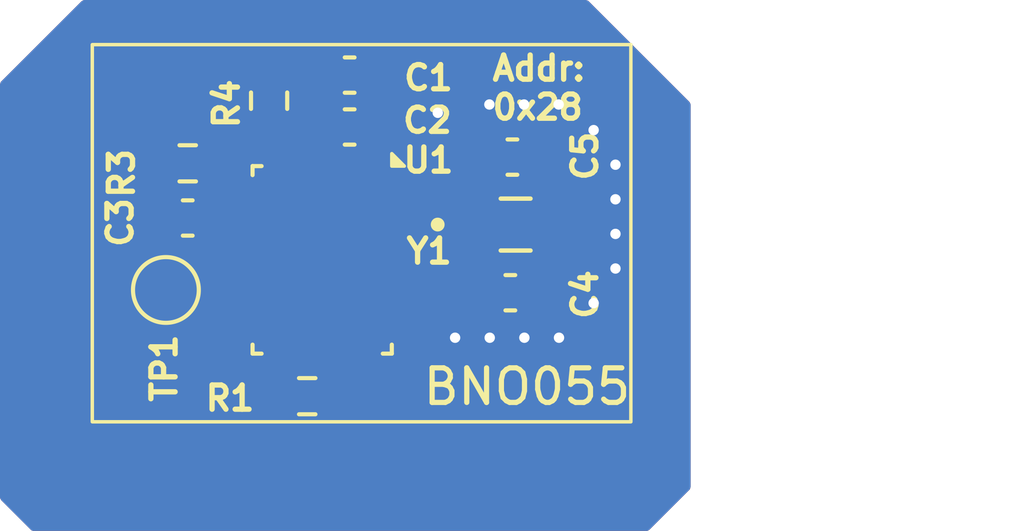
<source format=kicad_pcb>
(kicad_pcb (version 20241229) (generator "pcbnew") (generator_version "9.0")
  (layers (0 "F.Cu" signal) (4 "In1.Cu" signal) (6 "In2.Cu" signal) (2 "B.Cu" signal) (13 "F.Paste" user) (15 "B.Paste" user) (5 "F.SilkS" user "F.Silkscreen") (7 "B.SilkS" user "B.Silkscreen") (1 "F.Mask" user) (3 "B.Mask" user) (25 "Edge.Cuts" user))
  (net 0 "")
  (net 1 "/block_bno055/+3V3")
  (net 2 "/block_bno055/GND")
  (net 3 "Net-(U1-CAP)")
  (net 4 "Net-(C4-Pad2)")
  (net 5 "Net-(U1-XOUT32)")
  (net 6 "Net-(U1-XIN32)")
  (net 7 "Net-(C5-Pad2)")
  (net 8 "Net-(U1-COM3)")
  (net 9 "Net-(U1-PS0)")
  (net 10 "Net-(U1-PS1)")
  (net 11 "Net-(U1-BL_IND)")
  (net 13 "/block_bno055/SCL")
  (net 15 "/block_bno055/NRESET")
  (net 18 "/block_bno055/SDA")
  (net 19 "/block_bno055/INT")
  (footprint "Library:C_0603_1608Metric" (layer "F.Cu") (at 107.28 73.54 180)
    (property "Reference" "C3" (at 1.95 -0.13 90) (layer "F.SilkS") (effects (font (size 0.7 0.7) (thickness 0.153))))
    (property "Value" "0.1uF")
    (fp_line (start -0.14058 0.51) (end 0.14058 0.51) (stroke (width 0.12)) (layer "F.SilkS"))
    (fp_line (start -0.14058 -0.51) (end 0.14058 -0.51) (stroke (width 0.12)) (layer "F.SilkS"))
    (pad "1" smd roundrect (at -0.775 0 180) (size 0.9 0.95) (layers "F.Cu" "F.Mask" "F.Paste") (net 3 "Net-(U1-CAP)"))
    (pad "2" smd roundrect (at 0.775 0 180) (size 0.9 0.95) (layers "F.Cu" "F.Mask" "F.Paste") (net 2 "/block_bno055/GND"))
  )
  (footprint "Library:LGA-28_5.2x3.8mm_P0.5mm" (layer "F.Cu") (at 111.1625 74.75 -90)
    (property "Reference" "U1" (at -2.88 -3.0675 180) (layer "F.SilkS") (effects (font (size 0.7 0.7) (thickness 0.153))))
    (property "Value" "BNO055")
    (fp_line (start -2.71 2.01) (end -2.45 2.01) (stroke (width 0.12)) (layer "F.SilkS"))
    (fp_line (start -2.71 2.01) (end -2.71 1.75) (stroke (width 0.12)) (layer "F.SilkS"))
    (fp_line (start 2.71 2.01) (end 2.45 2.01) (stroke (width 0.12)) (layer "F.SilkS"))
    (fp_line (start 2.71 2.01) (end 2.71 1.75) (stroke (width 0.12)) (layer "F.SilkS"))
    (fp_line (start 2.71 -2.01) (end 2.71 -1.75) (stroke (width 0.12)) (layer "F.SilkS"))
    (fp_line (start 2.71 -2.01) (end 2.45 -2.01) (stroke (width 0.12)) (layer "F.SilkS"))
    (fp_poly (pts (xy -2.71 -2.01) (xy -3.07 -2.01) (xy -2.71 -2.37) (xy -2.71 -2.01)) (stroke (width 0.1)) (fill yes) (layer "F.SilkS"))
    (pad "1" smd rect (at -2.25 -1.6625 270) (size 0.254 0.675) (layers "F.Cu" "F.Mask" "F.Paste"))
    (pad "2" smd rect (at -2.3875 -0.75) (size 0.254 0.675) (layers "F.Cu" "F.Mask" "F.Paste") (net 2 "/block_bno055/GND"))
    (pad "3" smd rect (at -2.3875 -0.25) (size 0.254 0.675) (layers "F.Cu" "F.Mask" "F.Paste") (net 1 "/block_bno055/+3V3"))
    (pad "4" smd rect (at -2.3875 0.25) (size 0.254 0.675) (layers "F.Cu" "F.Mask" "F.Paste") (net 1 "/block_bno055/+3V3"))
    (pad "5" smd rect (at -2.3875 0.75) (size 0.254 0.675) (layers "F.Cu" "F.Mask" "F.Paste") (net 10 "Net-(U1-PS1)"))
    (pad "6" smd rect (at -2.25 1.6625 270) (size 0.254 0.675) (layers "F.Cu" "F.Mask" "F.Paste") (net 9 "Net-(U1-PS0)"))
    (pad "7" smd rect (at -1.75 1.6625 270) (size 0.254 0.675) (layers "F.Cu" "F.Mask" "F.Paste"))
    (pad "8" smd rect (at -1.25 1.6625 270) (size 0.254 0.675) (layers "F.Cu" "F.Mask" "F.Paste"))
    (pad "9" smd rect (at -0.75 1.6625 270) (size 0.254 0.675) (layers "F.Cu" "F.Mask" "F.Paste") (net 3 "Net-(U1-CAP)"))
    (pad "10" smd rect (at -0.25 1.6625 270) (size 0.254 0.675) (layers "F.Cu" "F.Mask" "F.Paste") (net 11 "Net-(U1-BL_IND)"))
    (pad "11" smd rect (at 0.25 1.6625 270) (size 0.254 0.675) (layers "F.Cu" "F.Mask" "F.Paste") (net 15 "/block_bno055/NRESET"))
    (pad "12" smd rect (at 0.75 1.6625 270) (size 0.254 0.675) (layers "F.Cu" "F.Mask" "F.Paste"))
    (pad "13" smd rect (at 1.25 1.6625 270) (size 0.254 0.675) (layers "F.Cu" "F.Mask" "F.Paste"))
    (pad "14" smd rect (at 1.75 1.6625 270) (size 0.254 0.675) (layers "F.Cu" "F.Mask" "F.Paste") (net 19 "/block_bno055/INT"))
    (pad "15" smd rect (at 2.25 1.6625 270) (size 0.254 0.675) (layers "F.Cu" "F.Mask" "F.Paste"))
    (pad "16" smd rect (at 2.3875 0.75) (size 0.254 0.675) (layers "F.Cu" "F.Mask" "F.Paste"))
    (pad "17" smd rect (at 2.3875 0.25) (size 0.254 0.675) (layers "F.Cu" "F.Mask" "F.Paste") (net 8 "Net-(U1-COM3)"))
    (pad "18" smd rect (at 2.3875 -0.25) (size 0.254 0.675) (layers "F.Cu" "F.Mask" "F.Paste") (net 2 "/block_bno055/GND"))
    (pad "19" smd rect (at 2.3875 -0.75) (size 0.254 0.675) (layers "F.Cu" "F.Mask" "F.Paste") (net 13 "/block_bno055/SCL"))
    (pad "20" smd rect (at 2.25 -1.6625 270) (size 0.254 0.675) (layers "F.Cu" "F.Mask" "F.Paste") (net 18 "/block_bno055/SDA"))
    (pad "21" smd rect (at 1.75 -1.6625 270) (size 0.254 0.675) (layers "F.Cu" "F.Mask" "F.Paste"))
    (pad "22" smd rect (at 1.25 -1.6625 270) (size 0.254 0.675) (layers "F.Cu" "F.Mask" "F.Paste"))
    (pad "23" smd rect (at 0.75 -1.6625 270) (size 0.254 0.675) (layers "F.Cu" "F.Mask" "F.Paste"))
    (pad "24" smd rect (at 0.25 -1.6625 270) (size 0.254 0.675) (layers "F.Cu" "F.Mask" "F.Paste"))
    (pad "25" smd rect (at -0.25 -1.6625 270) (size 0.254 0.675) (layers "F.Cu" "F.Mask" "F.Paste") (net 2 "/block_bno055/GND"))
    (pad "26" smd rect (at -0.75 -1.6625 270) (size 0.254 0.675) (layers "F.Cu" "F.Mask" "F.Paste") (net 5 "Net-(U1-XOUT32)"))
    (pad "27" smd rect (at -1.25 -1.6625 270) (size 0.254 0.675) (layers "F.Cu" "F.Mask" "F.Paste") (net 6 "Net-(U1-XIN32)"))
    (pad "28" smd rect (at -1.75 -1.6625 270) (size 0.254 0.675) (layers "F.Cu" "F.Mask" "F.Paste") (net 1 "/block_bno055/+3V3"))
  )
  (footprint "Library:C_0603_1608Metric" (layer "F.Cu") (at 111.955 70.91)
    (property "Reference" "C2" (at 2.245 -0.19 0) (layer "F.SilkS") (effects (font (size 0.7 0.7) (thickness 0.153))))
    (property "Value" "0.1uF")
    (fp_line (start -0.14058 -0.51) (end 0.14058 -0.51) (stroke (width 0.12)) (layer "F.SilkS"))
    (fp_line (start -0.14058 0.51) (end 0.14058 0.51) (stroke (width 0.12)) (layer "F.SilkS"))
    (pad "1" smd roundrect (at -0.775 0) (size 0.9 0.95) (layers "F.Cu" "F.Mask" "F.Paste") (net 1 "/block_bno055/+3V3"))
    (pad "2" smd roundrect (at 0.775 0) (size 0.9 0.95) (layers "F.Cu" "F.Mask" "F.Paste") (net 2 "/block_bno055/GND"))
  )
  (footprint "Library:TestPoint_Pad_D1.5mm" (layer "F.Cu") (at 106.65 75.62)
    (property "Reference" "TP1" (at -0.05 2.26 90) (layer "F.SilkS") (effects (font (size 0.7 0.7) (thickness 0.153))))
    (property "Value" "TestPoint")
    (fp_circle (center 0 0) (end 0 0.95) (stroke (width 0.12)) (fill no) (layer "F.SilkS"))
    (pad "1" smd circle (at 0 0) (size 1.5 1.5) (layers "F.Cu" "F.Mask") (net 11 "Net-(U1-BL_IND)"))
  )
  (footprint "Library:R_0603_1608Metric" (layer "F.Cu") (at 110.73 78.69)
    (property "Reference" "R1" (at -2.23 0.06 0) (layer "F.SilkS") (effects (font (size 0.7 0.7) (thickness 0.153))))
    (property "Value" "10k")
    (fp_line (start -0.237258 -0.5225) (end 0.237258 -0.5225) (stroke (width 0.12)) (layer "F.SilkS"))
    (fp_line (start -0.237258 0.5225) (end 0.237258 0.5225) (stroke (width 0.12)) (layer "F.SilkS"))
    (pad "1" smd roundrect (at -0.825 0) (size 0.8 0.95) (layers "F.Cu" "F.Mask" "F.Paste") (net 8 "Net-(U1-COM3)"))
    (pad "2" smd roundrect (at 0.825 0) (size 0.8 0.95) (layers "F.Cu" "F.Mask" "F.Paste") (net 2 "/block_bno055/GND"))
  )
  (footprint "Library:XTAL_NX3215SA-32.768K-STD-MUA-14" (layer "F.Cu") (at 116.7475 73.73)
    (property "Reference" "Y1" (at -2.4975 0.77 0) (layer "F.SilkS") (effects (font (size 0.7 0.7) (thickness 0.153))))
    (property "Value" "NX3215SA-32.768K-STD-MUA-14")
    (fp_line (start 0.43 -0.75) (end -0.43 -0.75) (stroke (width 0.127)) (layer "F.SilkS"))
    (fp_line (start 0.43 0.75) (end -0.43 0.75) (stroke (width 0.127)) (layer "F.SilkS"))
    (fp_circle (center -2.25 0) (end -2.15 0) (stroke (width 0.2)) (fill no) (layer "F.SilkS"))
    (pad "1" smd rect (at -1.25 0) (size 1 1.8) (layers "F.Cu" "F.Mask" "F.Paste") (net 7 "Net-(C5-Pad2)"))
    (pad "2" smd rect (at 1.25 0) (size 1 1.8) (layers "F.Cu" "F.Mask" "F.Paste") (net 4 "Net-(C4-Pad2)"))
  )
  (footprint "Library:C_0603_1608Metric" (layer "F.Cu") (at 111.955 69.41)
    (property "Reference" "C1" (at 2.275 0.08 0) (layer "F.SilkS") (effects (font (size 0.7 0.7) (thickness 0.153))))
    (property "Value" "10uF")
    (fp_line (start -0.14058 -0.51) (end 0.14058 -0.51) (stroke (width 0.12)) (layer "F.SilkS"))
    (fp_line (start -0.14058 0.51) (end 0.14058 0.51) (stroke (width 0.12)) (layer "F.SilkS"))
    (pad "1" smd roundrect (at -0.775 0) (size 0.9 0.95) (layers "F.Cu" "F.Mask" "F.Paste") (net 1 "/block_bno055/+3V3"))
    (pad "2" smd roundrect (at 0.775 0) (size 0.9 0.95) (layers "F.Cu" "F.Mask" "F.Paste") (net 2 "/block_bno055/GND"))
  )
  (footprint "Library:R_0603_1608Metric" (layer "F.Cu") (at 107.28 71.96 180)
    (property "Reference" "R3" (at 1.91 -0.29 90) (layer "F.SilkS") (effects (font (size 0.7 0.7) (thickness 0.153))))
    (property "Value" "10k")
    (fp_line (start -0.237258 0.5225) (end 0.237258 0.5225) (stroke (width 0.12)) (layer "F.SilkS"))
    (fp_line (start -0.237258 -0.5225) (end 0.237258 -0.5225) (stroke (width 0.12)) (layer "F.SilkS"))
    (pad "1" smd roundrect (at -0.825 0 180) (size 0.8 0.95) (layers "F.Cu" "F.Mask" "F.Paste") (net 9 "Net-(U1-PS0)"))
    (pad "2" smd roundrect (at 0.825 0 180) (size 0.8 0.95) (layers "F.Cu" "F.Mask" "F.Paste") (net 2 "/block_bno055/GND"))
  )
  (footprint "Library:C_0603_1608Metric" (layer "F.Cu") (at 116.655 71.78)
    (property "Reference" "C5" (at 2.095 -0.03 90) (layer "F.SilkS") (effects (font (size 0.7 0.7) (thickness 0.153))))
    (property "Value" "22pF")
    (fp_line (start -0.14058 -0.51) (end 0.14058 -0.51) (stroke (width 0.12)) (layer "F.SilkS"))
    (fp_line (start -0.14058 0.51) (end 0.14058 0.51) (stroke (width 0.12)) (layer "F.SilkS"))
    (pad "1" smd roundrect (at -0.775 0) (size 0.9 0.95) (layers "F.Cu" "F.Mask" "F.Paste") (net 6 "Net-(U1-XIN32)"))
    (pad "2" smd roundrect (at 0.775 0) (size 0.9 0.95) (layers "F.Cu" "F.Mask" "F.Paste") (net 7 "Net-(C5-Pad2)"))
  )
  (footprint "Library:R_0603_1608Metric" (layer "F.Cu") (at 109.63 70.15 90)
    (property "Reference" "R4" (at -0.09 -1.23 90) (layer "F.SilkS") (effects (font (size 0.7 0.7) (thickness 0.153))))
    (property "Value" "10k")
    (fp_line (start -0.237258 -0.5225) (end 0.237258 -0.5225) (stroke (width 0.12)) (layer "F.SilkS"))
    (fp_line (start -0.237258 0.5225) (end 0.237258 0.5225) (stroke (width 0.12)) (layer "F.SilkS"))
    (pad "1" smd roundrect (at -0.825 0 90) (size 0.8 0.95) (layers "F.Cu" "F.Mask" "F.Paste") (net 10 "Net-(U1-PS1)"))
    (pad "2" smd roundrect (at 0.825 0 90) (size 0.8 0.95) (layers "F.Cu" "F.Mask" "F.Paste") (net 2 "/block_bno055/GND"))
  )
  (footprint "Library:C_0603_1608Metric" (layer "F.Cu") (at 116.595 75.7)
    (property "Reference" "C4" (at 2.155 0.05 90) (layer "F.SilkS") (effects (font (size 0.7 0.7) (thickness 0.153))))
    (property "Value" "22pF")
    (fp_line (start -0.14058 -0.51) (end 0.14058 -0.51) (stroke (width 0.12)) (layer "F.SilkS"))
    (fp_line (start -0.14058 0.51) (end 0.14058 0.51) (stroke (width 0.12)) (layer "F.SilkS"))
    (pad "1" smd roundrect (at -0.775 0) (size 0.9 0.95) (layers "F.Cu" "F.Mask" "F.Paste") (net 5 "Net-(U1-XOUT32)"))
    (pad "2" smd roundrect (at 0.775 0) (size 0.9 0.95) (layers "F.Cu" "F.Mask" "F.Paste") (net 4 "Net-(C4-Pad2)"))
  )
  (gr_rect (start 104.525 68.53) (end 120.075 79.43) (stroke (width 0.1)) (fill no) (layer "F.SilkS"))
  (gr_text "Addr:\n0x28" (at 116 70.75 0) (layer "F.SilkS") (effects (font (size 0.7 0.7) (thickness 0.153) (bold yes)) (justify left bottom)))
  (gr_text "BNO055" (at 114 79 0) (layer "F.SilkS") (effects (font (size 1 1)) (justify left bottom)))
  (segment (start 111.18 70.91) (end 111.18 69.41) (width 0.2) (layer "F.Cu") (net 1))
  (segment (start 111.4125 72.3625) (end 111.4125 71.1425) (width 0.2) (layer "F.Cu") (net 1))
  (segment (start 110.9125 72.3625) (end 110.9125 71.1775) (width 0.2) (layer "F.Cu") (net 1))
  (segment (start 111.4125 71.1425) (end 111.18 70.91) (width 0.2) (layer "F.Cu") (net 1))
  (segment (start 112.825 73) (end 111.4835 73) (width 0.2) (layer "F.Cu") (net 1))
  (segment (start 110.9125 71.1775) (end 111.18 70.91) (width 0.2) (layer "F.Cu") (net 1))
  (segment (start 111.4835 73) (end 111.4125 72.929) (width 0.2) (layer "F.Cu") (net 1))
  (segment (start 111.4125 72.929) (end 111.4125 72.3625) (width 0.2) (layer "F.Cu") (net 1))
  (segment (start 111.4125 75.346) (end 112.2585 74.5) (width 0.2) (layer "F.Cu") (net 2))
  (segment (start 111.4125 77.1375) (end 111.4125 75.346) (width 0.2) (layer "F.Cu") (net 2))
  (segment (start 111.4125 78.5475) (end 111.555 78.69) (width 0.2) (layer "F.Cu") (net 2))
  (segment (start 111.4125 77.1375) (end 111.4125 78.5475) (width 0.2) (layer "F.Cu") (net 2))
  (segment (start 112.825 74.5) (end 112.2585 74.5) (width 0.2) (layer "F.Cu") (net 2))
  (segment (start 111.9125 72.3625) (end 111.9125 71.7275) (width 0.2) (layer "F.Cu") (net 2))
  (segment (start 111.9125 71.7275) (end 112.73 70.91) (width 0.2) (layer "F.Cu") (net 2))
  (via (at 117 77) (size 0.6) (drill 0.3) (layers "F.Cu" "B.Cu") (net 2))
  (via (at 117.99 70.26) (size 0.6) (drill 0.3) (layers "F.Cu" "B.Cu") (net 2))
  (via (at 116 77) (size 0.6) (drill 0.3) (layers "F.Cu" "B.Cu") (net 2))
  (via (at 119 76) (size 0.6) (drill 0.3) (layers "F.Cu" "B.Cu") (net 2))
  (via (at 114.5 70.5) (size 0.6) (drill 0.3) (layers "F.Cu" "B.Cu") (net 2))
  (via (at 119.63 74) (size 0.6) (drill 0.3) (layers "F.Cu" "B.Cu") (net 2))
  (via (at 116.99 70.26) (size 0.6) (drill 0.3) (layers "F.Cu" "B.Cu") (net 2))
  (via (at 118 77) (size 0.6) (drill 0.3) (layers "F.Cu" "B.Cu") (net 2))
  (via (at 119.63 75) (size 0.6) (drill 0.3) (layers "F.Cu" "B.Cu") (net 2))
  (via (at 119.63 73) (size 0.6) (drill 0.3) (layers "F.Cu" "B.Cu") (net 2))
  (via (at 115.99 70.26) (size 0.6) (drill 0.3) (layers "F.Cu" "B.Cu") (net 2))
  (via (at 115 77) (size 0.6) (drill 0.3) (layers "F.Cu" "B.Cu") (net 2))
  (via (at 119.63 72) (size 0.6) (drill 0.3) (layers "F.Cu" "B.Cu") (net 2))
  (via (at 119 71) (size 0.6) (drill 0.3) (layers "F.Cu" "B.Cu") (net 2))
  (segment (start 108.515 74) (end 109.5 74) (width 0.2) (layer "F.Cu") (net 3))
  (segment (start 108.055 73.54) (end 108.515 74) (width 0.2) (layer "F.Cu") (net 3))
  (segment (start 117.9975 75.3425) (end 117.37 75.97) (width 0.2) (layer "F.Cu") (net 4))
  (segment (start 117.9975 74) (end 117.9975 75.3425) (width 0.2) (layer "F.Cu") (net 4))
  (segment (start 115.03 75.7) (end 115.82 75.7) (width 0.2) (layer "F.Cu") (net 5))
  (segment (start 113.33 74) (end 115.03 75.7) (width 0.2) (layer "F.Cu") (net 5))
  (segment (start 113.33 74) (end 112.825 74) (width 0.2) (layer "F.Cu") (net 5))
  (segment (start 113.3915 73.5) (end 115.1115 71.78) (width 0.2) (layer "F.Cu") (net 6))
  (segment (start 112.825 73.5) (end 113.3915 73.5) (width 0.2) (layer "F.Cu") (net 6))
  (segment (start 115.1115 71.78) (end 115.88 71.78) (width 0.2) (layer "F.Cu") (net 6))
  (segment (start 117.43 72.05) (end 117.43 72.0675) (width 0.2) (layer "F.Cu") (net 7))
  (segment (start 117.43 72.0675) (end 115.4975 74) (width 0.2) (layer "F.Cu") (net 7))
  (segment (start 110.9125 77.1375) (end 110.9125 77.6825) (width 0.2) (layer "F.Cu") (net 8))
  (segment (start 110.9125 77.6825) (end 109.905 78.69) (width 0.2) (layer "F.Cu") (net 8))
  (segment (start 108.635 72.49) (end 109.49 72.49) (width 0.2) (layer "F.Cu") (net 9))
  (segment (start 108.105 71.96) (end 108.635 72.49) (width 0.2) (layer "F.Cu") (net 9))
  (segment (start 109.49 72.49) (end 109.5 72.5) (width 0.2) (layer "F.Cu") (net 9))
  (segment (start 110.4125 72.3625) (end 110.4125 71.7575) (width 0.2) (layer "F.Cu") (net 10))
  (segment (start 110.4125 71.7575) (end 109.63 70.975) (width 0.2) (layer "F.Cu") (net 10))
  (segment (start 107.77 74.5) (end 106.65 75.62) (width 0.2) (layer "F.Cu") (net 11))
  (segment (start 109.5 74.5) (end 107.77 74.5) (width 0.2) (layer "F.Cu") (net 11))
  (zone (net 2) (net_name "/block_bno055/GND") (layers "F.Cu" "B.Cu" "In1.Cu" "In2.Cu") (name "TBR") (connect_pads yes (clearance 0.5)) (min_thickness 0.25) (fill yes (thermal_gap 0.5) (thermal_bridge_width 0.5))
    (polygon (pts (xy 104.25 67.24) (xy 118.82 67.24) (xy 121.8 70.22) (xy 121.8 81.36) (xy 120.57 82.59) (xy 102.79 82.59) (xy 101.86 81.66) (xy 101.86 69.63)))
  )
)
</source>
